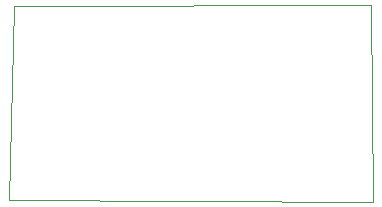
<source format=gko>
G04 #@! TF.GenerationSoftware,KiCad,Pcbnew,8.0.9-8.0.9-0~ubuntu24.04.1*
G04 #@! TF.CreationDate,2025-03-28T05:42:07+00:00*
G04 #@! TF.ProjectId,adapterboard,61646170-7465-4726-926f-6172642e6b69,rev?*
G04 #@! TF.SameCoordinates,Original*
G04 #@! TF.FileFunction,Profile,NP*
%FSLAX46Y46*%
G04 Gerber Fmt 4.6, Leading zero omitted, Abs format (unit mm)*
G04 Created by KiCad (PCBNEW 8.0.9-8.0.9-0~ubuntu24.04.1) date 2025-03-28 05:42:07*
%MOMM*%
%LPD*%
G01*
G04 APERTURE LIST*
G04 #@! TA.AperFunction,Profile*
%ADD10C,0.050000*%
G04 #@! TD*
G04 APERTURE END LIST*
D10*
X30610000Y16470000D02*
X30780000Y-180000D01*
X0Y0D02*
X350000Y16380000D01*
X350000Y16380000D02*
X30610000Y16470000D01*
X30780000Y-180000D02*
X0Y0D01*
M02*

</source>
